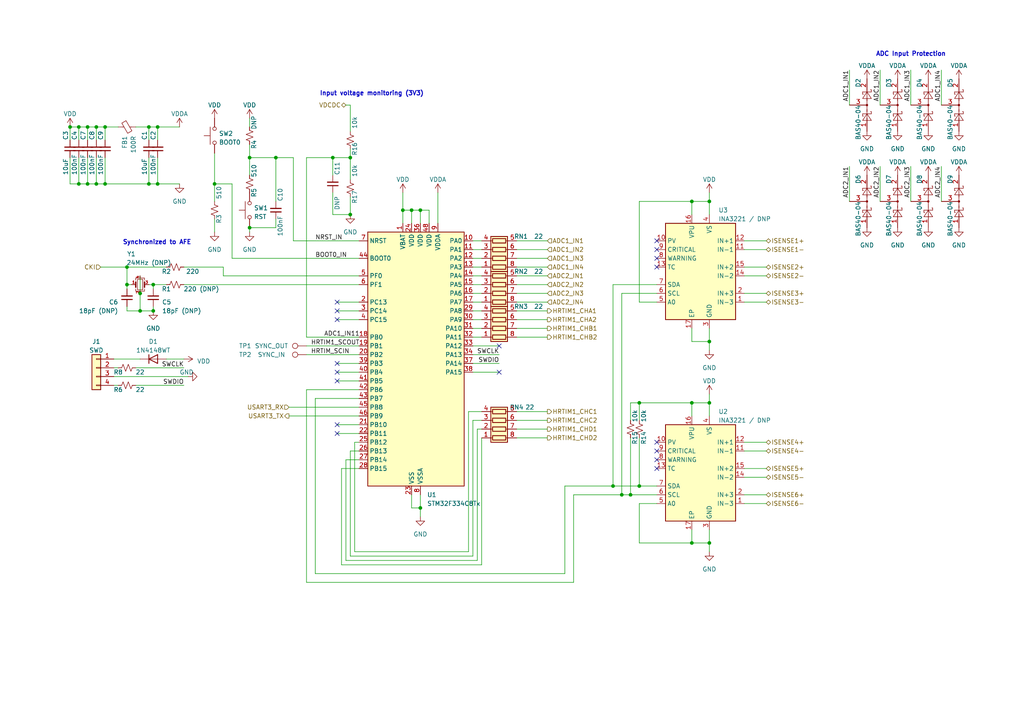
<source format=kicad_sch>
(kicad_sch (version 20230121) (generator eeschema)
  (paper "A4")
  (lib_symbols
    (symbol "Connector:TestPoint" (pin_numbers hide) (pin_names (offset 0.762) hide)
      (property "Reference" "TP" (at 0 6.858 0))
      (property "Value" "TestPoint" (at 0 5.08 0))
      (symbol "TestPoint_0_1"
        (circle (center 0 3.302) (radius 0.762))
      )
      (symbol "TestPoint_1_1"
        (pin passive line (at 0 0 90) (length 2.54) (name "1") (number "1"))
      )
    )
    (symbol "Connector_Generic:Conn_01x04" (pin_names (offset 1.016) hide)
      (property "Reference" "J" (at 0 5.08 0))
      (property "Value" "Conn_01x04" (at 0 -7.62 0))
      (symbol "Conn_01x04_1_1"
        (rectangle (start -1.27 -4.953) (end 0 -5.207) (stroke (width 0.1524)))
        (rectangle (start -1.27 -2.413) (end 0 -2.667) (stroke (width 0.1524)))
        (rectangle (start -1.27 0.127) (end 0 -0.127) (stroke (width 0.1524)))
        (rectangle (start -1.27 2.667) (end 0 2.413) (stroke (width 0.1524)))
        (rectangle (start -1.27 3.81) (end 1.27 -6.35) (stroke (width 0.254)) (fill (type background)))
        (pin passive line (at -5.08 2.54 0) (length 3.81) (name "Pin_1") (number "1"))
        (pin passive line (at -5.08 0 0) (length 3.81) (name "Pin_2") (number "2"))
        (pin passive line (at -5.08 -2.54 0) (length 3.81) (name "Pin_3") (number "3"))
        (pin passive line (at -5.08 -5.08 0) (length 3.81) (name "Pin_4") (number "4"))
      )
    )
    (symbol "Device:C_Small" (pin_numbers hide) (pin_names (offset 0.254) hide)
      (property "Reference" "C" (at 0.254 1.778 0))
      (property "Value" "C_Small" (at 0.254 -2.032 0))
      (symbol "C_Small_0_1"
        (polyline (pts (xy -1.524 -0.508) (xy 1.524 -0.508)) (stroke (width 0.3302)))
        (polyline (pts (xy -1.524 0.508) (xy 1.524 0.508)) (stroke (width 0.3048)))
      )
      (symbol "C_Small_1_1"
        (pin passive line (at 0 2.54 270) (length 2.032) (name "~") (number "1"))
        (pin passive line (at 0 -2.54 90) (length 2.032) (name "~") (number "2"))
      )
    )
    (symbol "Device:Crystal_GND24_Small" (pin_names (offset 1.016) hide)
      (property "Reference" "Y" (at 1.27 4.445 0))
      (property "Value" "Crystal_GND24_Small" (at 1.27 2.54 0))
      (symbol "Crystal_GND24_Small_0_1"
        (rectangle (start -0.762 -1.524) (end 0.762 1.524))
        (polyline (pts (xy -1.27 -0.762) (xy -1.27 0.762)) (stroke (width 0.381)))
        (polyline (pts (xy 1.27 -0.762) (xy 1.27 0.762)) (stroke (width 0.381)))
        (polyline (pts (xy -1.27 -1.27) (xy -1.27 -1.905) (xy 1.27 -1.905) (xy 1.27 -1.27)))
        (polyline (pts (xy -1.27 1.27) (xy -1.27 1.905) (xy 1.27 1.905) (xy 1.27 1.27)))
      )
      (symbol "Crystal_GND24_Small_1_1"
        (pin passive line (at -2.54 0 0) (length 1.27) (name "1") (number "1"))
        (pin passive line (at 0 -2.54 90) (length 0.635) (name "2") (number "2"))
        (pin passive line (at 2.54 0 180) (length 1.27) (name "3") (number "3"))
        (pin passive line (at 0 2.54 270) (length 0.635) (name "4") (number "4"))
      )
    )
    (symbol "Device:FerriteBead_Small" (pin_numbers hide) (pin_names (offset 0))
      (property "Reference" "FB" (at 1.905 1.27 0))
      (property "Value" "FerriteBead_Small" (at 1.905 -1.27 0))
      (symbol "FerriteBead_Small_0_1"
        (polyline (pts (xy 0 -1.27) (xy 0 -0.7874)))
        (polyline (pts (xy 0 0.889) (xy 0 1.2954)))
        (polyline (pts (xy -1.8288 0.2794) (xy -1.1176 1.4986) (xy 1.8288 -0.2032) (xy 1.1176 -1.4224) (xy -1.8288 0.2794)))
      )
      (symbol "FerriteBead_Small_1_1"
        (pin passive line (at 0 2.54 270) (length 1.27) (name "~") (number "1"))
        (pin passive line (at 0 -2.54 90) (length 1.27) (name "~") (number "2"))
      )
    )
    (symbol "Device:R_Pack04" (pin_names (offset 0) hide)
      (property "Reference" "RN" (at -7.62 0 90))
      (property "Value" "R_Pack04" (at 5.08 0 90))
      (symbol "R_Pack04_0_1"
        (rectangle (start -6.35 -2.413) (end 3.81 2.413) (stroke (width 0.254)) (fill (type background)))
        (rectangle (start -5.715 1.905) (end -4.445 -1.905) (stroke (width 0.254)))
        (rectangle (start -3.175 1.905) (end -1.905 -1.905) (stroke (width 0.254)))
        (rectangle (start -0.635 1.905) (end 0.635 -1.905) (stroke (width 0.254)))
        (polyline (pts (xy -5.08 -2.54) (xy -5.08 -1.905)))
        (polyline (pts (xy -5.08 1.905) (xy -5.08 2.54)))
        (polyline (pts (xy -2.54 -2.54) (xy -2.54 -1.905)))
        (polyline (pts (xy -2.54 1.905) (xy -2.54 2.54)))
        (polyline (pts (xy 0 -2.54) (xy 0 -1.905)))
        (polyline (pts (xy 0 1.905) (xy 0 2.54)))
        (polyline (pts (xy 2.54 -2.54) (xy 2.54 -1.905)))
        (polyline (pts (xy 2.54 1.905) (xy 2.54 2.54)))
        (rectangle (start 1.905 1.905) (end 3.175 -1.905) (stroke (width 0.254)))
      )
      (symbol "R_Pack04_1_1"
        (pin passive line (at -5.08 -5.08 90) (length 2.54) (name "R1.1") (number "1"))
        (pin passive line (at -2.54 -5.08 90) (length 2.54) (name "R2.1") (number "2"))
        (pin passive line (at 0 -5.08 90) (length 2.54) (name "R3.1") (number "3"))
        (pin passive line (at 2.54 -5.08 90) (length 2.54) (name "R4.1") (number "4"))
        (pin passive line (at 2.54 5.08 270) (length 2.54) (name "R4.2") (number "5"))
        (pin passive line (at 0 5.08 270) (length 2.54) (name "R3.2") (number "6"))
        (pin passive line (at -2.54 5.08 270) (length 2.54) (name "R2.2") (number "7"))
        (pin passive line (at -5.08 5.08 270) (length 2.54) (name "R1.2") (number "8"))
      )
    )
    (symbol "Device:R_Small_US" (pin_numbers hide) (pin_names (offset 0.254) hide)
      (property "Reference" "R" (at 0.762 0.508 0))
      (property "Value" "R_Small_US" (at 0.762 -1.016 0))
      (symbol "R_Small_US_1_1"
        (polyline (pts (xy 0 0) (xy 1.016 -0.381) (xy 0 -0.762) (xy -1.016 -1.143) (xy 0 -1.524)))
        (polyline (pts (xy 0 1.524) (xy 1.016 1.143) (xy 0 0.762) (xy -1.016 0.381) (xy 0 0)))
        (pin passive line (at 0 2.54 270) (length 1.016) (name "~") (number "1"))
        (pin passive line (at 0 -2.54 90) (length 1.016) (name "~") (number "2"))
      )
    )
    (symbol "Diode:1N4148WT" (pin_numbers hide) (pin_names hide)
      (property "Reference" "D" (at 0 2.54 0))
      (property "Value" "1N4148WT" (at 0 -2.54 0))
      (symbol "1N4148WT_0_1"
        (polyline (pts (xy -1.27 1.27) (xy -1.27 -1.27)) (stroke (width 0.254)))
        (polyline (pts (xy 1.27 0) (xy -1.27 0)))
        (polyline (pts (xy 1.27 1.27) (xy 1.27 -1.27) (xy -1.27 0) (xy 1.27 1.27)) (stroke (width 0.254)))
      )
      (symbol "1N4148WT_1_1"
        (pin passive line (at -3.81 0 0) (length 2.54) (name "K") (number "1"))
        (pin passive line (at 3.81 0 180) (length 2.54) (name "A") (number "2"))
      )
    )
    (symbol "Diode:BAS40-04" (pin_names (offset 1.016))
      (property "Reference" "D" (at 0.635 -1.27 0))
      (property "Value" "BAS40-04" (at -6.35 5.715 0))
      (symbol "BAS40-04_0_1"
        (polyline (pts (xy -3.81 2.54) (xy -1.27 2.54)))
        (polyline (pts (xy -3.175 1.27) (xy -3.175 1.524)))
        (polyline (pts (xy -2.54 1.27) (xy -3.175 1.27)))
        (polyline (pts (xy -2.54 1.27) (xy -2.54 3.81)))
        (polyline (pts (xy -2.54 3.81) (xy -1.905 3.81)))
        (polyline (pts (xy -1.905 2.54) (xy 1.905 2.54)))
        (polyline (pts (xy -1.905 3.81) (xy -1.905 3.556)))
        (polyline (pts (xy 1.27 2.54) (xy 3.81 2.54)))
        (polyline (pts (xy 3.175 1.27) (xy 3.175 1.524)))
        (polyline (pts (xy 3.81 1.27) (xy 3.175 1.27)))
        (polyline (pts (xy 3.81 1.27) (xy 3.81 3.81)))
        (polyline (pts (xy 3.81 3.81) (xy 4.445 3.81)))
        (polyline (pts (xy 4.445 3.81) (xy 4.445 3.556)))
        (polyline (pts (xy -4.445 3.81) (xy -4.445 1.27) (xy -2.54 2.54) (xy -4.445 3.81)))
        (polyline (pts (xy 1.905 3.81) (xy 1.905 1.27) (xy 3.81 2.54) (xy 1.905 3.81)))
        (circle (center 0 2.54) (radius 0.254) (fill (type outline)))
      )
      (symbol "BAS40-04_1_1"
        (pin passive line (at -7.62 2.54 0) (length 3.81) (name "~") (number "1"))
        (pin passive line (at 7.62 2.54 180) (length 3.81) (name "~") (number "2"))
        (pin passive line (at 0 -2.54 90) (length 5.08) (name "~") (number "3"))
      )
    )
    (symbol "MCU_ST_STM32F3:STM32F334C8Tx"
      (property "Reference" "U" (at -12.7 39.37 0))
      (property "Value" "STM32F334C8Tx" (at 10.16 39.37 0))
      (symbol "STM32F334C8Tx_0_1"
        (rectangle (start -12.7 -35.56) (end 15.24 38.1) (stroke (width 0.254)) (fill (type background)))
      )
      (symbol "STM32F334C8Tx_1_1"
        (pin power_in line (at -2.54 40.64 270) (length 2.54) (name "VBAT") (number "1"))
        (pin bidirectional line (at 17.78 35.56 180) (length 2.54) (name "PA0") (number "10"))
        (pin bidirectional line (at 17.78 33.02 180) (length 2.54) (name "PA1") (number "11"))
        (pin bidirectional line (at 17.78 30.48 180) (length 2.54) (name "PA2") (number "12"))
        (pin bidirectional line (at 17.78 27.94 180) (length 2.54) (name "PA3") (number "13"))
        (pin bidirectional line (at 17.78 25.4 180) (length 2.54) (name "PA4") (number "14"))
        (pin bidirectional line (at 17.78 22.86 180) (length 2.54) (name "PA5") (number "15"))
        (pin bidirectional line (at 17.78 20.32 180) (length 2.54) (name "PA6") (number "16"))
        (pin bidirectional line (at 17.78 17.78 180) (length 2.54) (name "PA7") (number "17"))
        (pin bidirectional line (at -15.24 7.62 0) (length 2.54) (name "PB0") (number "18"))
        (pin bidirectional line (at -15.24 5.08 0) (length 2.54) (name "PB1") (number "19"))
        (pin bidirectional line (at -15.24 17.78 0) (length 2.54) (name "PC13") (number "2"))
        (pin bidirectional line (at -15.24 2.54 0) (length 2.54) (name "PB2") (number "20"))
        (pin bidirectional line (at -15.24 -17.78 0) (length 2.54) (name "PB10") (number "21"))
        (pin bidirectional line (at -15.24 -20.32 0) (length 2.54) (name "PB11") (number "22"))
        (pin power_in line (at 0 -38.1 90) (length 2.54) (name "VSS") (number "23"))
        (pin power_in line (at 0 40.64 270) (length 2.54) (name "VDD") (number "24"))
        (pin bidirectional line (at -15.24 -22.86 0) (length 2.54) (name "PB12") (number "25"))
        (pin bidirectional line (at -15.24 -25.4 0) (length 2.54) (name "PB13") (number "26"))
        (pin bidirectional line (at -15.24 -27.94 0) (length 2.54) (name "PB14") (number "27"))
        (pin bidirectional line (at -15.24 -30.48 0) (length 2.54) (name "PB15") (number "28"))
        (pin bidirectional line (at 17.78 15.24 180) (length 2.54) (name "PA8") (number "29"))
        (pin bidirectional line (at -15.24 15.24 0) (length 2.54) (name "PC14") (number "3"))
        (pin bidirectional line (at 17.78 12.7 180) (length 2.54) (name "PA9") (number "30"))
        (pin bidirectional line (at 17.78 10.16 180) (length 2.54) (name "PA10") (number "31"))
        (pin bidirectional line (at 17.78 7.62 180) (length 2.54) (name "PA11") (number "32"))
        (pin bidirectional line (at 17.78 5.08 180) (length 2.54) (name "PA12") (number "33"))
        (pin bidirectional line (at 17.78 2.54 180) (length 2.54) (name "PA13") (number "34"))
        (pin passive line (at 0 -38.1 90) (length 2.54) hide (name "VSS") (number "35"))
        (pin power_in line (at 2.54 40.64 270) (length 2.54) (name "VDD") (number "36"))
        (pin bidirectional line (at 17.78 0 180) (length 2.54) (name "PA14") (number "37"))
        (pin bidirectional line (at 17.78 -2.54 180) (length 2.54) (name "PA15") (number "38"))
        (pin bidirectional line (at -15.24 0 0) (length 2.54) (name "PB3") (number "39"))
        (pin bidirectional line (at -15.24 12.7 0) (length 2.54) (name "PC15") (number "4"))
        (pin bidirectional line (at -15.24 -2.54 0) (length 2.54) (name "PB4") (number "40"))
        (pin bidirectional line (at -15.24 -5.08 0) (length 2.54) (name "PB5") (number "41"))
        (pin bidirectional line (at -15.24 -7.62 0) (length 2.54) (name "PB6") (number "42"))
        (pin bidirectional line (at -15.24 -10.16 0) (length 2.54) (name "PB7") (number "43"))
        (pin input line (at -15.24 30.48 0) (length 2.54) (name "BOOT0") (number "44"))
        (pin bidirectional line (at -15.24 -12.7 0) (length 2.54) (name "PB8") (number "45"))
        (pin bidirectional line (at -15.24 -15.24 0) (length 2.54) (name "PB9") (number "46"))
        (pin passive line (at 0 -38.1 90) (length 2.54) hide (name "VSS") (number "47"))
        (pin power_in line (at 5.08 40.64 270) (length 2.54) (name "VDD") (number "48"))
        (pin bidirectional line (at -15.24 25.4 0) (length 2.54) (name "PF0") (number "5"))
        (pin bidirectional line (at -15.24 22.86 0) (length 2.54) (name "PF1") (number "6"))
        (pin input line (at -15.24 35.56 0) (length 2.54) (name "NRST") (number "7"))
        (pin power_in line (at 2.54 -38.1 90) (length 2.54) (name "VSSA") (number "8"))
        (pin power_in line (at 7.62 40.64 270) (length 2.54) (name "VDDA") (number "9"))
      )
    )
    (symbol "Power_Management:INA3221"
      (property "Reference" "U" (at -10.16 17.78 0))
      (property "Value" "INA3221" (at 5.08 17.78 0))
      (symbol "INA3221_0_1"
        (rectangle (start 10.16 -12.7) (end -10.16 15.24) (stroke (width 0.254)) (fill (type background)))
      )
      (symbol "INA3221_1_1"
        (pin input line (at -12.7 -7.62 0) (length 2.54) (name "IN-3") (number "1"))
        (pin open_collector line (at 12.7 10.16 180) (length 2.54) (name "PV") (number "10"))
        (pin input line (at -12.7 7.62 0) (length 2.54) (name "IN-1") (number "11"))
        (pin input line (at -12.7 10.16 0) (length 2.54) (name "IN+1") (number "12"))
        (pin open_collector line (at 12.7 2.54 180) (length 2.54) (name "TC") (number "13"))
        (pin input line (at -12.7 0 0) (length 2.54) (name "IN-2") (number "14"))
        (pin input line (at -12.7 2.54 0) (length 2.54) (name "IN+2") (number "15"))
        (pin power_in line (at 2.54 17.78 270) (length 2.54) (name "VPU") (number "16"))
        (pin passive line (at 2.54 -15.24 90) (length 2.54) (name "EP") (number "17"))
        (pin input line (at -12.7 -5.08 0) (length 2.54) (name "IN+3") (number "2"))
        (pin power_in line (at -2.54 -15.24 90) (length 2.54) (name "GND") (number "3"))
        (pin power_in line (at -2.54 17.78 270) (length 2.54) (name "VS") (number "4"))
        (pin input line (at 12.7 -7.62 180) (length 2.54) (name "A0") (number "5"))
        (pin input line (at 12.7 -5.08 180) (length 2.54) (name "SCL") (number "6"))
        (pin bidirectional line (at 12.7 -2.54 180) (length 2.54) (name "SDA") (number "7"))
        (pin open_collector line (at 12.7 5.08 180) (length 2.54) (name "WARNING") (number "8"))
        (pin open_collector line (at 12.7 7.62 180) (length 2.54) (name "CRITICAL") (number "9"))
      )
    )
    (symbol "Switch:SW_Push" (pin_numbers hide) (pin_names (offset 1.016) hide)
      (property "Reference" "SW" (at 1.27 2.54 0))
      (property "Value" "SW_Push" (at 0 -1.524 0))
      (symbol "SW_Push_0_1"
        (circle (center -2.032 0) (radius 0.508))
        (polyline (pts (xy 0 1.27) (xy 0 3.048)))
        (polyline (pts (xy 2.54 1.27) (xy -2.54 1.27)))
        (circle (center 2.032 0) (radius 0.508))
        (pin passive line (at -5.08 0 0) (length 2.54) (name "1") (number "1"))
        (pin passive line (at 5.08 0 180) (length 2.54) (name "2") (number "2"))
      )
    )
    (symbol "power:GND" (power) (pin_names (offset 0))
      (property "Value" "GND" (at 0 -3.81 0))
      (symbol "GND_0_1"
        (polyline (pts (xy 0 0) (xy 0 -1.27) (xy 1.27 -1.27) (xy 0 -2.54) (xy -1.27 -1.27) (xy 0 -1.27)))
      )
      (symbol "GND_1_1"
        (pin power_in line (at 0 0 270) (length 0) hide (name "GND") (number "1"))
      )
    )
    (symbol "power:VDD" (power) (pin_names (offset 0))
      (property "Value" "VDD" (at 0 3.81 0))
      (symbol "VDD_0_1"
        (polyline (pts (xy -0.762 1.27) (xy 0 2.54)))
        (polyline (pts (xy 0 0) (xy 0 2.54)))
        (polyline (pts (xy 0 2.54) (xy 0.762 1.27)))
      )
      (symbol "VDD_1_1"
        (pin power_in line (at 0 0 90) (length 0) hide (name "VDD") (number "1"))
      )
    )
    (symbol "power:VDDA" (power) (pin_names (offset 0))
      (property "Value" "VDDA" (at 0 3.81 0))
      (symbol "VDDA_0_1"
        (polyline (pts (xy -0.762 1.27) (xy 0 2.54)))
        (polyline (pts (xy 0 0) (xy 0 2.54)))
        (polyline (pts (xy 0 2.54) (xy 0.762 1.27)))
      )
      (symbol "VDDA_1_1"
        (pin power_in line (at 0 0 90) (length 0) hide (name "VDDA") (number "1"))
      )
    )
  )
  (junction (at 43.18 53.34))
  (junction (at 45.72 53.34))
  (junction (at 36.83 82.55))
  (junction (at 27.94 53.34))
  (junction (at 44.45 90.17))
  (junction (at 80.01 45.72))
  (junction (at 177.8 140.97))
  (junction (at 119.38 60.96))
  (junction (at 205.74 58.42))
  (junction (at 185.42 116.84))
  (junction (at 36.83 77.47))
  (junction (at 44.45 82.55))
  (junction (at 200.66 58.42))
  (junction (at 121.92 60.96))
  (junction (at 101.6 62.23))
  (junction (at 27.94 36.83))
  (junction (at 72.39 45.72))
  (junction (at 72.39 66.04))
  (junction (at 20.32 36.83))
  (junction (at 45.72 36.83))
  (junction (at 22.86 36.83))
  (junction (at 25.4 53.34))
  (junction (at 116.84 60.96))
  (junction (at 25.4 36.83))
  (junction (at 205.74 157.48))
  (junction (at 43.18 36.83))
  (junction (at 22.86 53.34))
  (junction (at 205.74 99.06))
  (junction (at 62.23 53.34))
  (junction (at 185.42 140.97))
  (junction (at 101.6 45.72))
  (junction (at 200.66 157.48))
  (junction (at 200.66 116.84))
  (junction (at 205.74 116.84))
  (junction (at 180.34 143.51))
  (junction (at 30.48 53.34))
  (junction (at 30.48 36.83))
  (junction (at 121.92 147.32))
  (junction (at 40.64 90.17))
  (junction (at 182.88 143.51))
  (junction (at 96.52 45.72))
  (junction (at 40.64 85.09))
  (no_connect (at 190.5 77.47))
  (no_connect (at 97.79 87.63))
  (no_connect (at 144.78 107.95))
  (no_connect (at 97.79 90.17))
  (no_connect (at 97.79 107.95))
  (no_connect (at 97.79 125.73))
  (no_connect (at 97.79 110.49))
  (no_connect (at 190.5 128.27))
  (no_connect (at 190.5 130.81))
  (no_connect (at 190.5 135.89))
  (no_connect (at 190.5 72.39))
  (no_connect (at 190.5 74.93))
  (no_connect (at 97.79 123.19))
  (no_connect (at 190.5 133.35))
  (no_connect (at 97.79 105.41))
  (no_connect (at 190.5 69.85))
  (no_connect (at 97.79 92.71))
  (no_connect (at 144.78 100.33))
  (wire (pts (xy 36.83 77.47) (xy 48.26 77.47)))
  (wire (pts (xy 137.16 92.71) (xy 139.7 92.71)))
  (wire (pts (xy 83.82 120.65) (xy 104.14 120.65)))
  (wire (pts (xy 200.66 95.25) (xy 200.66 99.06)))
  (wire (pts (xy 205.74 153.67) (xy 205.74 157.48)))
  (wire (pts (xy 80.01 66.04) (xy 72.39 66.04)))
  (wire (pts (xy 215.9 146.05) (xy 222.25 146.05)))
  (wire (pts (xy 127 55.88) (xy 127 64.77)))
  (wire (pts (xy 185.42 140.97) (xy 177.8 140.97)))
  (wire (pts (xy 22.86 40.64) (xy 22.86 36.83)))
  (wire (pts (xy 255.27 48.26) (xy 255.27 58.42)))
  (wire (pts (xy 101.6 62.23) (xy 96.52 62.23)))
  (wire (pts (xy 102.87 160.02) (xy 102.87 128.27)))
  (wire (pts (xy 62.23 53.34) (xy 67.31 53.34)))
  (wire (pts (xy 135.89 160.02) (xy 102.87 160.02)))
  (wire (pts (xy 97.79 110.49) (xy 104.14 110.49)))
  (wire (pts (xy 215.9 138.43) (xy 222.25 138.43)))
  (wire (pts (xy 119.38 60.96) (xy 119.38 64.77)))
  (wire (pts (xy 149.86 74.93) (xy 158.75 74.93)))
  (wire (pts (xy 149.86 85.09) (xy 158.75 85.09)))
  (wire (pts (xy 185.42 116.84) (xy 200.66 116.84)))
  (wire (pts (xy 215.9 130.81) (xy 222.25 130.81)))
  (wire (pts (xy 101.6 30.48) (xy 101.6 38.1)))
  (wire (pts (xy 121.92 143.51) (xy 121.92 147.32)))
  (wire (pts (xy 139.7 163.83) (xy 99.06 163.83)))
  (wire (pts (xy 137.16 69.85) (xy 139.7 69.85)))
  (wire (pts (xy 25.4 45.72) (xy 25.4 53.34)))
  (wire (pts (xy 88.9 97.79) (xy 104.14 97.79)))
  (wire (pts (xy 215.9 72.39) (xy 222.25 72.39)))
  (wire (pts (xy 139.7 127) (xy 139.7 163.83)))
  (wire (pts (xy 97.79 105.41) (xy 104.14 105.41)))
  (wire (pts (xy 137.16 85.09) (xy 139.7 85.09)))
  (wire (pts (xy 119.38 147.32) (xy 121.92 147.32)))
  (wire (pts (xy 180.34 85.09) (xy 190.5 85.09)))
  (wire (pts (xy 185.42 157.48) (xy 200.66 157.48)))
  (wire (pts (xy 215.9 77.47) (xy 222.25 77.47)))
  (wire (pts (xy 43.18 36.83) (xy 45.72 36.83)))
  (wire (pts (xy 22.86 36.83) (xy 25.4 36.83)))
  (wire (pts (xy 64.77 80.01) (xy 104.14 80.01)))
  (wire (pts (xy 182.88 143.51) (xy 190.5 143.51)))
  (wire (pts (xy 62.23 63.5) (xy 62.23 67.31)))
  (wire (pts (xy 85.09 69.85) (xy 104.14 69.85)))
  (wire (pts (xy 149.86 82.55) (xy 158.75 82.55)))
  (wire (pts (xy 97.79 125.73) (xy 104.14 125.73)))
  (wire (pts (xy 205.74 116.84) (xy 200.66 116.84)))
  (wire (pts (xy 205.74 58.42) (xy 200.66 58.42)))
  (wire (pts (xy 135.89 119.38) (xy 135.89 160.02)))
  (wire (pts (xy 45.72 36.83) (xy 45.72 40.64)))
  (wire (pts (xy 88.9 113.03) (xy 88.9 168.91)))
  (wire (pts (xy 116.84 55.88) (xy 116.84 60.96)))
  (wire (pts (xy 215.9 128.27) (xy 222.25 128.27)))
  (wire (pts (xy 149.86 87.63) (xy 158.75 87.63)))
  (wire (pts (xy 85.09 45.72) (xy 80.01 45.72)))
  (wire (pts (xy 96.52 50.8) (xy 96.52 45.72)))
  (wire (pts (xy 215.9 143.51) (xy 222.25 143.51)))
  (wire (pts (xy 185.42 87.63) (xy 185.42 58.42)))
  (wire (pts (xy 158.75 119.38) (xy 149.86 119.38)))
  (wire (pts (xy 166.37 168.91) (xy 166.37 143.51)))
  (wire (pts (xy 149.86 90.17) (xy 158.75 90.17)))
  (wire (pts (xy 43.18 36.83) (xy 43.18 40.64)))
  (wire (pts (xy 33.02 111.76) (xy 34.29 111.76)))
  (wire (pts (xy 215.9 87.63) (xy 222.25 87.63)))
  (wire (pts (xy 246.38 48.26) (xy 246.38 58.42)))
  (wire (pts (xy 121.92 60.96) (xy 121.92 64.77)))
  (wire (pts (xy 67.31 74.93) (xy 104.14 74.93)))
  (wire (pts (xy 139.7 124.46) (xy 138.43 124.46)))
  (wire (pts (xy 97.79 90.17) (xy 104.14 90.17)))
  (wire (pts (xy 273.05 20.32) (xy 273.05 30.48)))
  (wire (pts (xy 72.39 34.29) (xy 72.39 36.83)))
  (wire (pts (xy 72.39 41.91) (xy 72.39 45.72)))
  (wire (pts (xy 48.26 104.14) (xy 53.34 104.14)))
  (wire (pts (xy 33.02 109.22) (xy 54.61 109.22)))
  (wire (pts (xy 67.31 53.34) (xy 67.31 74.93)))
  (wire (pts (xy 44.45 82.55) (xy 48.26 82.55)))
  (wire (pts (xy 101.6 130.81) (xy 104.14 130.81)))
  (wire (pts (xy 101.6 57.15) (xy 101.6 62.23)))
  (wire (pts (xy 25.4 40.64) (xy 25.4 36.83)))
  (wire (pts (xy 205.74 58.42) (xy 205.74 55.88)))
  (wire (pts (xy 273.05 48.26) (xy 273.05 58.42)))
  (wire (pts (xy 264.16 48.26) (xy 264.16 58.42)))
  (wire (pts (xy 27.94 40.64) (xy 27.94 36.83)))
  (wire (pts (xy 96.52 55.88) (xy 96.52 62.23)))
  (wire (pts (xy 62.23 44.45) (xy 62.23 53.34)))
  (wire (pts (xy 215.9 80.01) (xy 222.25 80.01)))
  (wire (pts (xy 72.39 67.31) (xy 72.39 66.04)))
  (wire (pts (xy 30.48 45.72) (xy 30.48 53.34)))
  (wire (pts (xy 44.45 82.55) (xy 44.45 83.82)))
  (wire (pts (xy 85.09 45.72) (xy 85.09 69.85)))
  (wire (pts (xy 53.34 82.55) (xy 104.14 82.55)))
  (wire (pts (xy 36.83 83.82) (xy 36.83 82.55)))
  (wire (pts (xy 45.72 53.34) (xy 43.18 53.34)))
  (wire (pts (xy 137.16 105.41) (xy 144.78 105.41)))
  (wire (pts (xy 97.79 123.19) (xy 104.14 123.19)))
  (wire (pts (xy 91.44 115.57) (xy 104.14 115.57)))
  (wire (pts (xy 158.75 127) (xy 149.86 127)))
  (wire (pts (xy 205.74 120.65) (xy 205.74 116.84)))
  (wire (pts (xy 40.64 90.17) (xy 44.45 90.17)))
  (wire (pts (xy 83.82 118.11) (xy 104.14 118.11)))
  (wire (pts (xy 36.83 82.55) (xy 36.83 77.47)))
  (wire (pts (xy 99.06 135.89) (xy 104.14 135.89)))
  (wire (pts (xy 205.74 116.84) (xy 205.74 114.3)))
  (wire (pts (xy 137.16 161.29) (xy 101.6 161.29)))
  (wire (pts (xy 205.74 95.25) (xy 205.74 99.06)))
  (wire (pts (xy 137.16 77.47) (xy 139.7 77.47)))
  (wire (pts (xy 185.42 146.05) (xy 185.42 157.48)))
  (wire (pts (xy 40.64 80.01) (xy 40.64 85.09)))
  (wire (pts (xy 158.75 124.46) (xy 149.86 124.46)))
  (wire (pts (xy 100.33 162.56) (xy 100.33 133.35)))
  (wire (pts (xy 137.16 95.25) (xy 139.7 95.25)))
  (wire (pts (xy 39.37 111.76) (xy 53.34 111.76)))
  (wire (pts (xy 163.83 166.37) (xy 91.44 166.37)))
  (wire (pts (xy 27.94 45.72) (xy 27.94 53.34)))
  (wire (pts (xy 139.7 121.92) (xy 137.16 121.92)))
  (wire (pts (xy 185.42 121.92) (xy 185.42 116.84)))
  (wire (pts (xy 144.78 100.33) (xy 137.16 100.33)))
  (wire (pts (xy 91.44 166.37) (xy 91.44 115.57)))
  (wire (pts (xy 138.43 162.56) (xy 100.33 162.56)))
  (wire (pts (xy 80.01 45.72) (xy 80.01 58.42)))
  (wire (pts (xy 200.66 157.48) (xy 205.74 157.48)))
  (wire (pts (xy 88.9 168.91) (xy 166.37 168.91)))
  (wire (pts (xy 124.46 64.77) (xy 124.46 60.96)))
  (wire (pts (xy 43.18 45.72) (xy 43.18 53.34)))
  (wire (pts (xy 43.18 82.55) (xy 44.45 82.55)))
  (wire (pts (xy 137.16 80.01) (xy 139.7 80.01)))
  (wire (pts (xy 116.84 60.96) (xy 119.38 60.96)))
  (wire (pts (xy 185.42 140.97) (xy 190.5 140.97)))
  (wire (pts (xy 180.34 143.51) (xy 182.88 143.51)))
  (wire (pts (xy 116.84 60.96) (xy 116.84 64.77)))
  (wire (pts (xy 44.45 90.17) (xy 44.45 88.9)))
  (wire (pts (xy 149.86 72.39) (xy 158.75 72.39)))
  (wire (pts (xy 200.66 153.67) (xy 200.66 157.48)))
  (wire (pts (xy 137.16 72.39) (xy 139.7 72.39)))
  (wire (pts (xy 20.32 45.72) (xy 20.32 53.34)))
  (wire (pts (xy 62.23 53.34) (xy 62.23 58.42)))
  (wire (pts (xy 149.86 69.85) (xy 158.75 69.85)))
  (wire (pts (xy 177.8 140.97) (xy 163.83 140.97)))
  (wire (pts (xy 20.32 40.64) (xy 20.32 36.83)))
  (wire (pts (xy 215.9 135.89) (xy 222.25 135.89)))
  (wire (pts (xy 22.86 53.34) (xy 25.4 53.34)))
  (wire (pts (xy 39.37 36.83) (xy 43.18 36.83)))
  (wire (pts (xy 102.87 128.27) (xy 104.14 128.27)))
  (wire (pts (xy 190.5 87.63) (xy 185.42 87.63)))
  (wire (pts (xy 30.48 36.83) (xy 34.29 36.83)))
  (wire (pts (xy 177.8 140.97) (xy 177.8 82.55)))
  (wire (pts (xy 119.38 60.96) (xy 121.92 60.96)))
  (wire (pts (xy 104.14 100.33) (xy 88.9 100.33)))
  (wire (pts (xy 205.74 157.48) (xy 205.74 160.02)))
  (wire (pts (xy 45.72 45.72) (xy 45.72 53.34)))
  (wire (pts (xy 246.38 20.32) (xy 246.38 30.48)))
  (wire (pts (xy 29.21 77.47) (xy 36.83 77.47)))
  (wire (pts (xy 149.86 95.25) (xy 158.75 95.25)))
  (wire (pts (xy 182.88 127) (xy 182.88 143.51)))
  (wire (pts (xy 27.94 53.34) (xy 30.48 53.34)))
  (wire (pts (xy 36.83 90.17) (xy 40.64 90.17)))
  (wire (pts (xy 100.33 30.48) (xy 101.6 30.48)))
  (wire (pts (xy 96.52 45.72) (xy 88.9 45.72)))
  (wire (pts (xy 149.86 97.79) (xy 158.75 97.79)))
  (wire (pts (xy 182.88 116.84) (xy 185.42 116.84)))
  (wire (pts (xy 36.83 82.55) (xy 38.1 82.55)))
  (wire (pts (xy 25.4 53.34) (xy 27.94 53.34)))
  (wire (pts (xy 215.9 85.09) (xy 222.25 85.09)))
  (wire (pts (xy 264.16 20.32) (xy 264.16 30.48)))
  (wire (pts (xy 137.16 90.17) (xy 139.7 90.17)))
  (wire (pts (xy 33.02 106.68) (xy 34.29 106.68)))
  (wire (pts (xy 121.92 147.32) (xy 121.92 149.86)))
  (wire (pts (xy 119.38 143.51) (xy 119.38 147.32)))
  (wire (pts (xy 137.16 97.79) (xy 139.7 97.79)))
  (wire (pts (xy 185.42 58.42) (xy 200.66 58.42)))
  (wire (pts (xy 200.66 99.06) (xy 205.74 99.06)))
  (wire (pts (xy 104.14 113.03) (xy 88.9 113.03)))
  (wire (pts (xy 205.74 99.06) (xy 205.74 101.6)))
  (wire (pts (xy 139.7 119.38) (xy 135.89 119.38)))
  (wire (pts (xy 101.6 45.72) (xy 101.6 52.07)))
  (wire (pts (xy 255.27 20.32) (xy 255.27 30.48)))
  (wire (pts (xy 20.32 36.83) (xy 22.86 36.83)))
  (wire (pts (xy 36.83 88.9) (xy 36.83 90.17)))
  (wire (pts (xy 96.52 45.72) (xy 101.6 45.72)))
  (wire (pts (xy 101.6 43.18) (xy 101.6 45.72)))
  (wire (pts (xy 20.32 53.34) (xy 22.86 53.34)))
  (wire (pts (xy 99.06 163.83) (xy 99.06 135.89)))
  (wire (pts (xy 88.9 45.72) (xy 88.9 97.79)))
  (wire (pts (xy 137.16 82.55) (xy 139.7 82.55)))
  (wire (pts (xy 149.86 80.01) (xy 158.75 80.01)))
  (wire (pts (xy 144.78 107.95) (xy 137.16 107.95)))
  (wire (pts (xy 72.39 45.72) (xy 72.39 50.8)))
  (wire (pts (xy 25.4 36.83) (xy 27.94 36.83)))
  (wire (pts (xy 30.48 53.34) (xy 43.18 53.34)))
  (wire (pts (xy 97.79 107.95) (xy 104.14 107.95)))
  (wire (pts (xy 80.01 45.72) (xy 72.39 45.72)))
  (wire (pts (xy 137.16 121.92) (xy 137.16 161.29)))
  (wire (pts (xy 137.16 102.87) (xy 144.78 102.87)))
  (wire (pts (xy 137.16 87.63) (xy 139.7 87.63)))
  (wire (pts (xy 22.86 45.72) (xy 22.86 53.34)))
  (wire (pts (xy 45.72 36.83) (xy 52.07 36.83)))
  (wire (pts (xy 40.64 85.09) (xy 40.64 90.17)))
  (wire (pts (xy 137.16 74.93) (xy 139.7 74.93)))
  (wire (pts (xy 177.8 82.55) (xy 190.5 82.55)))
  (wire (pts (xy 185.42 127) (xy 185.42 140.97)))
  (wire (pts (xy 190.5 146.05) (xy 185.42 146.05)))
  (wire (pts (xy 180.34 85.09) (xy 180.34 143.51)))
  (wire (pts (xy 200.66 58.42) (xy 200.66 62.23)))
  (wire (pts (xy 80.01 63.5) (xy 80.01 66.04)))
  (wire (pts (xy 97.79 92.71) (xy 104.14 92.71)))
  (wire (pts (xy 215.9 69.85) (xy 222.25 69.85)))
  (wire (pts (xy 53.34 77.47) (xy 64.77 77.47)))
  (wire (pts (xy 100.33 133.35) (xy 104.14 133.35)))
  (wire (pts (xy 30.48 40.64) (xy 30.48 36.83)))
  (wire (pts (xy 182.88 121.92) (xy 182.88 116.84)))
  (wire (pts (xy 158.75 121.92) (xy 149.86 121.92)))
  (wire (pts (xy 101.6 161.29) (xy 101.6 130.81)))
  (wire (pts (xy 39.37 106.68) (xy 53.34 106.68)))
  (wire (pts (xy 45.72 53.34) (xy 52.07 53.34)))
  (wire (pts (xy 97.79 87.63) (xy 104.14 87.63)))
  (wire (pts (xy 166.37 143.51) (xy 180.34 143.51)))
  (wire (pts (xy 138.43 124.46) (xy 138.43 162.56)))
  (wire (pts (xy 163.83 140.97) (xy 163.83 166.37)))
  (wire (pts (xy 149.86 77.47) (xy 158.75 77.47)))
  (wire (pts (xy 149.86 92.71) (xy 158.75 92.71)))
  (wire (pts (xy 200.66 116.84) (xy 200.66 120.65)))
  (wire (pts (xy 205.74 62.23) (xy 205.74 58.42)))
  (wire (pts (xy 33.02 104.14) (xy 40.64 104.14)))
  (wire (pts (xy 64.77 77.47) (xy 64.77 80.01)))
  (wire (pts (xy 88.9 102.87) (xy 104.14 102.87)))
  (wire (pts (xy 27.94 36.83) (xy 30.48 36.83)))
  (wire (pts (xy 121.92 60.96) (xy 124.46 60.96)))
  (text "ADC Input Protection" (at 254 16.51 0) (effects (font (size 1.27 1.27) (thickness 0.254) bold) (justify left bottom)))
  (text "Synchronized to AFE" (at 35.56 71.12 0) (effects (font (size 1.27 1.27) (thickness 0.254) bold) (justify left bottom)))
  (text "Input voltage monitoring (3V3)" (at 92.71 27.94 0) (effects (font (size 1.27 1.27) (thickness 0.254) bold) (justify left bottom)))
  (label "ADC1_IN2" (at 255.27 20.32 270))
  (label "SWDIO" (at 53.34 111.76 180))
  (label "ADC1_IN4" (at 273.05 20.32 270))
  (label "ADC2_IN1" (at 246.38 48.26 270))
  (label "HRTIM_SCIN" (at 90.17 102.87 0))
  (label "ADC1_IN11" (at 93.98 97.79 0))
  (label "SWCLK" (at 53.34 106.68 180))
  (label "ADC2_IN3" (at 264.16 48.26 270))
  (label "SWCLK" (at 144.78 102.87 180))
  (label "ADC1_IN1" (at 246.38 20.32 270))
  (label "ADC2_IN2" (at 255.27 48.26 270))
  (label "NRST_IN" (at 91.44 69.85 0))
  (label "SWDIO" (at 144.78 105.41 180))
  (label "ADC2_IN4" (at 273.05 48.26 270))
  (label "BOOT0_IN" (at 91.44 74.93 0))
  (label "HRTIM1_SCOUT" (at 90.17 100.33 0))
  (label "ADC1_IN3" (at 264.16 20.32 270))
  (hierarchical_label "CKI" (shape input) (at 29.21 77.47 180))
  (hierarchical_label "ISENSE4+" (shape bidirectional) (at 222.25 128.27 0))
  (hierarchical_label "ISENSE5+" (shape bidirectional) (at 222.25 135.89 0))
  (hierarchical_label "ADC1_IN1" (shape input) (at 158.75 69.85 0))
  (hierarchical_label "ISENSE3+" (shape bidirectional) (at 222.25 85.09 0))
  (hierarchical_label "ISENSE2+" (shape bidirectional) (at 222.25 77.47 0))
  (hierarchical_label "ISENSE5-" (shape bidirectional) (at 222.25 138.43 0))
  (hierarchical_label "ISENSE1-" (shape bidirectional) (at 222.25 72.39 0))
  (hierarchical_label "ISENSE3-" (shape bidirectional) (at 222.25 87.63 0))
  (hierarchical_label "HRTIM1_CHD1" (shape output) (at 158.75 124.46 0))
  (hierarchical_label "ISENSE6-" (shape bidirectional) (at 222.25 146.05 0))
  (hierarchical_label "HRTIM1_CHB2" (shape output) (at 158.75 97.79 0))
  (hierarchical_label "ADC1_IN2" (shape input) (at 158.75 72.39 0))
  (hierarchical_label "HRTIM1_CHA1" (shape output) (at 158.75 90.17 0))
  (hierarchical_label "ADC2_IN4" (shape input) (at 158.75 87.63 0))
  (hierarchical_label "ADC2_IN2" (shape input) (at 158.75 82.55 0))
  (hierarchical_label "ISENSE6+" (shape bidirectional) (at 222.25 143.51 0))
  (hierarchical_label "ADC2_IN3" (shape input) (at 158.75 85.09 0))
  (hierarchical_label "USART3_RX" (shape input) (at 83.82 118.11 180))
  (hierarchical_label "VDCDC" (shape bidirectional) (at 100.33 30.48 180))
  (hierarchical_label "ADC1_IN3" (shape input) (at 158.75 74.93 0))
  (hierarchical_label "HRTIM1_CHC1" (shape output) (at 158.75 119.38 0))
  (hierarchical_label "ISENSE2-" (shape bidirectional) (at 222.25 80.01 0))
  (hierarchical_label "HRTIM1_CHC2" (shape output) (at 158.75 121.92 0))
  (hierarchical_label "ISENSE4-" (shape bidirectional) (at 222.25 130.81 0))
  (hierarchical_label "ADC2_IN1" (shape input) (at 158.75 80.01 0))
  (hierarchical_label "HRTIM1_CHB1" (shape output) (at 158.75 95.25 0))
  (hierarchical_label "ADC1_IN4" (shape input) (at 158.75 77.47 0))
  (hierarchical_label "USART3_TX" (shape output) (at 83.82 120.65 180))
  (hierarchical_label "ISENSE1+" (shape bidirectional) (at 222.25 69.85 0))
  (hierarchical_label "HRTIM1_CHD2" (shape output) (at 158.75 127 0))
  (hierarchical_label "HRTIM1_CHA2" (shape output) (at 158.75 92.71 0))
  (symbol (lib_id "Diode:BAS40-04") (at 266.7 58.42 270) (mirror x) (unit 1)
    (property "Reference" "D8" (at 266.7 53.34 0) (effects (justify left)))
    (property "Value" "BAS40-04" (at 266.7 68.58 0) (effects (justify left)))
    (property "Footprint" "Package_TO_SOT_SMD:SOT-23" (effects hide))
    (property "Datasheet" "http://www.vishay.com/docs/85701/bas40v.pdf" (effects hide))
  )
  (symbol (lib_id "power:GND") (at 260.35 66.04 0) (mirror y) (unit 1)
    (property "Reference" "#PWR025" (effects hide))
    (property "Value" "GND" (at 260.35 71.12 0))
  )
  (symbol (lib_id "Device:R_Small_US") (at 62.23 60.96 180) (unit 1)
    (property "Reference" "R3" (at 63.5 63.5 90))
    (property "Value" "510" (at 63.5 55.88 90))
    (property "Footprint" "Resistor_SMD:R_0402_1005Metric" (effects hide))
  )
  (symbol (lib_id "power:GND") (at 205.74 101.6 0) (mirror y) (unit 1)
    (property "Reference" "#PWR037" (effects hide))
    (property "Value" "GND" (at 205.74 106.68 0))
  )
  (symbol (lib_id "Device:C_Small") (at 27.94 43.18 0) (mirror x) (unit 1)
    (property "Reference" "C8" (at 26.67 40.64 90) (effects (justify right)))
    (property "Value" "100nF" (at 26.67 50.8 90) (effects (justify right)))
    (property "Footprint" "Capacitor_SMD:C_0402_1005Metric" (effects hide))
  )
  (symbol (lib_id "power:GND") (at 52.07 53.34 0) (mirror y) (unit 1)
    (property "Reference" "#PWR02" (effects hide))
    (property "Value" "GND" (at 52.07 58.42 0))
  )
  (symbol (lib_id "Switch:SW_Push") (at 62.23 39.37 90) (unit 1)
    (property "Reference" "SW2" (at 63.5 38.735 90) (effects (justify right)))
    (property "Value" "BOOT0" (at 63.5 41.275 90) (effects (justify right)))
    (property "Footprint" "Button_Switch_SMD:SW_Push_1P1T_NO_CK_KMR2" (effects hide))
  )
  (symbol (lib_id "Power_Management:INA3221") (at 203.2 80.01 0) (mirror y) (unit 1)
    (property "Reference" "U3" (at 208.3817 60.96 0) (effects (justify right)))
    (property "Value" "INA3221 / DNP" (at 208.3817 63.5 0) (effects (justify right)))
    (property "Footprint" "Package_DFN_QFN:Texas_RGV_S-PVQFN-N16_EP2.1x2.1mm" (effects hide))
    (property "Datasheet" "http://www.ti.com/lit/ds/symlink/ina3221.pdf" (effects hide))
  )
  (symbol (lib_id "power:GND") (at 44.45 90.17 0) (unit 1)
    (property "Reference" "#PWR03" (effects hide))
    (property "Value" "GND" (at 44.45 95.25 0))
  )
  (symbol (lib_id "Device:R_Small_US") (at 72.39 39.37 180) (unit 1)
    (property "Reference" "R4" (at 73.66 41.91 90))
    (property "Value" "DNP" (at 73.66 35.56 90))
    (property "Footprint" "Resistor_SMD:R_0402_1005Metric" (effects hide))
  )
  (symbol (lib_id "power:VDD") (at 20.32 36.83 0) (unit 1)
    (property "Reference" "#PWR06" (effects hide))
    (property "Value" "VDD" (at 20.32 33.02 0))
  )
  (symbol (lib_id "Diode:BAS40-04") (at 257.81 58.42 270) (mirror x) (unit 1)
    (property "Reference" "D7" (at 257.81 53.34 0) (effects (justify left)))
    (property "Value" "BAS40-04" (at 257.81 68.58 0) (effects (justify left)))
    (property "Footprint" "Package_TO_SOT_SMD:SOT-23" (effects hide))
    (property "Datasheet" "http://www.vishay.com/docs/85701/bas40v.pdf" (effects hide))
  )
  (symbol (lib_id "power:GND") (at 54.61 109.22 90) (unit 1)
    (property "Reference" "#PWR04" (effects hide))
    (property "Value" "GND" (at 52.07 107.95 90) (effects (justify right)))
  )
  (symbol (lib_id "Device:R_Pack04") (at 144.78 72.39 270) (mirror x) (unit 1)
    (property "Reference" "RN1" (at 151.13 68.58 90))
    (property "Value" "22" (at 156.21 68.58 90))
    (property "Footprint" "Resistor_SMD:R_Array_Concave_4x0402" (effects hide))
  )
  (symbol (lib_id "power:GND") (at 269.24 38.1 0) (mirror y) (unit 1)
    (property "Reference" "#PWR019" (effects hide))
    (property "Value" "GND" (at 269.24 43.18 0))
  )
  (symbol (lib_id "power:VDDA") (at 251.46 22.86 0) (unit 1)
    (property "Reference" "#PWR014" (effects hide))
    (property "Value" "VDDA" (at 251.46 19.05 0))
  )
  (symbol (lib_id "power:VDDA") (at 260.35 50.8 0) (unit 1)
    (property "Reference" "#PWR024" (effects hide))
    (property "Value" "VDDA" (at 260.35 46.99 0))
  )
  (symbol (lib_id "power:GND") (at 251.46 66.04 0) (mirror y) (unit 1)
    (property "Reference" "#PWR023" (effects hide))
    (property "Value" "GND" (at 251.46 71.12 0))
  )
  (symbol (lib_id "power:GND") (at 278.13 38.1 0) (mirror y) (unit 1)
    (property "Reference" "#PWR021" (effects hide))
    (property "Value" "GND" (at 278.13 43.18 0))
  )
  (symbol (lib_id "Diode:BAS40-04") (at 257.81 30.48 270) (mirror x) (unit 1)
    (property "Reference" "D3" (at 257.81 25.4 0) (effects (justify left)))
    (property "Value" "BAS40-04" (at 257.81 40.64 0) (effects (justify left)))
    (property "Footprint" "Package_TO_SOT_SMD:SOT-23" (effects hide))
    (property "Datasheet" "http://www.vishay.com/docs/85701/bas40v.pdf" (effects hide))
  )
  (symbol (lib_id "Device:C_Small") (at 25.4 43.18 0) (mirror x) (unit 1)
    (property "Reference" "C7" (at 24.13 40.64 90) (effects (justify right)))
    (property "Value" "100nF" (at 24.13 50.8 90) (effects (justify right)))
    (property "Footprint" "Capacitor_SMD:C_0402_1005Metric" (effects hide))
  )
  (symbol (lib_id "Switch:SW_Push") (at 72.39 60.96 90) (unit 1)
    (property "Reference" "SW1" (at 73.66 60.325 90) (effects (justify right)))
    (property "Value" "RST" (at 73.66 62.865 90) (effects (justify right)))
    (property "Footprint" "Button_Switch_SMD:SW_Push_1P1T_NO_CK_KMR2" (effects hide))
  )
  (symbol (lib_id "power:VDD") (at 62.23 34.29 0) (unit 1)
    (property "Reference" "#PWR012" (effects hide))
    (property "Value" "VDD" (at 62.23 30.48 0))
  )
  (symbol (lib_id "Device:R_Small_US") (at 72.39 53.34 180) (unit 1)
    (property "Reference" "R5" (at 73.66 55.88 90))
    (property "Value" "510" (at 73.66 49.53 90))
    (property "Footprint" "Resistor_SMD:R_0402_1005Metric" (effects hide))
  )
  (symbol (lib_id "power:GND") (at 62.23 67.31 0) (unit 1)
    (property "Reference" "#PWR011" (effects hide))
    (property "Value" "GND" (at 62.23 72.39 0))
  )
  (symbol (lib_id "Device:R_Pack04") (at 144.78 121.92 270) (mirror x) (unit 1)
    (property "Reference" "RN4" (at 149.86 118.11 90))
    (property "Value" "22" (at 153.67 118.11 90))
    (property "Footprint" "Resistor_SMD:R_Array_Concave_4x0402" (effects hide))
  )
  (symbol (lib_id "Device:C_Small") (at 43.18 43.18 0) (mirror x) (unit 1)
    (property "Reference" "C1" (at 41.91 40.64 90) (effects (justify right)))
    (property "Value" "10uF" (at 41.91 50.8 90) (effects (justify right)))
    (property "Footprint" "Capacitor_SMD:C_0603_1608Metric" (effects hide))
  )
  (symbol (lib_id "Device:R_Small_US") (at 101.6 54.61 180) (unit 1)
    (property "Reference" "R17" (at 102.87 57.15 90))
    (property "Value" "10k" (at 102.87 49.53 90))
    (property "Footprint" "Resistor_SMD:R_0402_1005Metric" (effects hide))
  )
  (symbol (lib_id "power:VDDA") (at 260.35 22.86 0) (unit 1)
    (property "Reference" "#PWR016" (effects hide))
    (property "Value" "VDDA" (at 260.35 19.05 0))
  )
  (symbol (lib_id "Device:C_Small") (at 30.48 43.18 0) (mirror x) (unit 1)
    (property "Reference" "C9" (at 29.21 40.64 90) (effects (justify right)))
    (property "Value" "100nF" (at 29.21 50.8 90) (effects (justify right)))
    (property "Footprint" "Capacitor_SMD:C_0402_1005Metric" (effects hide))
  )
  (symbol (lib_id "Device:R_Small_US") (at 50.8 77.47 90) (unit 1)
    (property "Reference" "R2" (at 48.26 78.74 90))
    (property "Value" "220" (at 55.88 78.74 90))
    (property "Footprint" "Resistor_SMD:R_0402_1005Metric" (effects hide))
  )
  (symbol (lib_id "power:GND") (at 269.24 66.04 0) (mirror y) (unit 1)
    (property "Reference" "#PWR027" (effects hide))
    (property "Value" "GND" (at 269.24 71.12 0))
  )
  (symbol (lib_id "Diode:1N4148WT") (at 44.45 104.14 0) (unit 1)
    (property "Reference" "D1" (at 44.45 99.06 0))
    (property "Value" "1N4148WT" (at 44.45 101.6 0))
    (property "Footprint" "Diode_SMD:D_SOD-523" (effects hide))
    (property "Datasheet" "https://www.diodes.com/assets/Datasheets/ds30396.pdf" (effects hide))
    (property "Sim.Device" "D" (effects hide))
    (property "Sim.Pins" "1=K 2=A" (effects hide))
  )
  (symbol (lib_id "power:VDDA") (at 278.13 22.86 0) (unit 1)
    (property "Reference" "#PWR020" (effects hide))
    (property "Value" "VDDA" (at 278.13 19.05 0))
  )
  (symbol (lib_id "Device:R_Small_US") (at 185.42 124.46 180) (unit 1)
    (property "Reference" "R14" (at 186.69 127 90))
    (property "Value" "10k" (at 186.69 120.65 90))
    (property "Footprint" "Resistor_SMD:R_0402_1005Metric" (effects hide))
  )
  (symbol (lib_id "power:GND") (at 278.13 66.04 0) (mirror y) (unit 1)
    (property "Reference" "#PWR029" (effects hide))
    (property "Value" "GND" (at 278.13 71.12 0))
  )
  (symbol (lib_id "power:GND") (at 251.46 38.1 0) (mirror y) (unit 1)
    (property "Reference" "#PWR015" (effects hide))
    (property "Value" "GND" (at 251.46 43.18 0))
  )
  (symbol (lib_id "Device:R_Small_US") (at 101.6 40.64 180) (unit 1)
    (property "Reference" "R16" (at 102.87 43.18 90))
    (property "Value" "10k" (at 102.87 35.56 90))
    (property "Footprint" "Resistor_SMD:R_0402_1005Metric" (effects hide))
  )
  (symbol (lib_id "power:GND") (at 205.74 160.02 0) (mirror y) (unit 1)
    (property "Reference" "#PWR034" (effects hide))
    (property "Value" "GND" (at 205.74 165.1 0))
  )
  (symbol (lib_id "power:VDDA") (at 269.24 50.8 0) (unit 1)
    (property "Reference" "#PWR026" (effects hide))
    (property "Value" "VDDA" (at 269.24 46.99 0))
  )
  (symbol (lib_id "Device:C_Small") (at 80.01 60.96 180) (unit 1)
    (property "Reference" "C10" (at 81.28 58.42 90) (effects (justify right)))
    (property "Value" "100nF" (at 81.28 68.58 90) (effects (justify right)))
    (property "Footprint" "Capacitor_SMD:C_0402_1005Metric" (effects hide))
  )
  (symbol (lib_id "Device:C_Small") (at 36.83 86.36 0) (mirror x) (unit 1)
    (property "Reference" "C6" (at 34.29 87.63 0) (effects (justify right)))
    (property "Value" "18pF (DNP)" (at 34.29 90.17 0) (effects (justify right)))
    (property "Footprint" "Capacitor_SMD:C_0402_1005Metric" (effects hide))
  )
  (symbol (lib_id "Diode:BAS40-04") (at 248.92 30.48 270) (mirror x) (unit 1)
    (property "Reference" "D2" (at 248.92 25.4 0) (effects (justify left)))
    (property "Value" "BAS40-04" (at 248.92 40.64 0) (effects (justify left)))
    (property "Footprint" "Package_TO_SOT_SMD:SOT-23" (effects hide))
    (property "Datasheet" "http://www.vishay.com/docs/85701/bas40v.pdf" (effects hide))
  )
  (symbol (lib_id "power:VDD") (at 53.34 104.14 270) (unit 1)
    (property "Reference" "#PWR013" (effects hide))
    (property "Value" "VDD" (at 57.15 104.775 90) (effects (justify left)))
  )
  (symbol (lib_id "Power_Management:INA3221") (at 203.2 138.43 0) (mirror y) (unit 1)
    (property "Reference" "U2" (at 208.3817 119.38 0) (effects (justify right)))
    (property "Value" "INA3221 / DNP" (at 208.3817 121.92 0) (effects (justify right)))
    (property "Footprint" "Package_DFN_QFN:Texas_RGV_S-PVQFN-N16_EP2.1x2.1mm" (effects hide))
    (property "Datasheet" "http://www.ti.com/lit/ds/symlink/ina3221.pdf" (effects hide))
  )
  (symbol (lib_id "Device:Crystal_GND24_Small") (at 40.64 82.55 0) (unit 1)
    (property "Reference" "Y1" (at 38.1 73.66 0))
    (property "Value" "24MHz (DNP)" (at 43.18 76.2 0))
    (property "Footprint" "Crystal:Crystal_SMD_3225-4Pin_3.2x2.5mm" (effects hide))
  )
  (symbol (lib_id "power:GND") (at 121.92 149.86 0) (mirror y) (unit 1)
    (property "Reference" "#PWR08" (effects hide))
    (property "Value" "GND" (at 121.92 154.94 0))
  )
  (symbol (lib_id "Device:C_Small") (at 22.86 43.18 0) (mirror x) (unit 1)
    (property "Reference" "C4" (at 21.59 40.64 90) (effects (justify right)))
    (property "Value" "100nF" (at 21.59 50.8 90) (effects (justify right)))
    (property "Footprint" "Capacitor_SMD:C_0402_1005Metric" (effects hide))
  )
  (symbol (lib_id "Connector:TestPoint") (at 88.9 102.87 90) (unit 1)
    (property "Reference" "TP2" (at 71.12 102.87 90))
    (property "Value" "SYNC_IN" (at 78.74 102.87 90))
    (property "Footprint" "TestPoint:TestPoint_Pad_D1.0mm" (effects hide))
  )
  (symbol (lib_id "Device:C_Small") (at 96.52 53.34 180) (unit 1)
    (property "Reference" "C11" (at 97.79 50.8 90) (effects (justify right)))
    (property "Value" "DNP" (at 97.79 60.96 90) (effects (justify right)))
    (property "Footprint" "Capacitor_SMD:C_0402_1005Metric" (effects hide))
  )
  (symbol (lib_id "Device:R_Small_US") (at 36.83 106.68 90) (unit 1)
    (property "Reference" "R8" (at 34.29 107.95 90))
    (property "Value" "22" (at 40.64 107.95 90))
    (property "Footprint" "Resistor_SMD:R_0402_1005Metric" (effects hide))
  )
  (symbol (lib_id "power:VDDA") (at 127 55.88 0) (unit 1)
    (property "Reference" "#PWR01" (effects hide))
    (property "Value" "VDDA" (at 127 52.07 0))
  )
  (symbol (lib_id "Device:R_Pack04") (at 144.78 92.71 270) (mirror x) (unit 1)
    (property "Reference" "RN3" (at 151.13 88.9 90))
    (property "Value" "22" (at 156.21 88.9 90))
    (property "Footprint" "Resistor_SMD:R_Array_Concave_4x0402" (effects hide))
  )
  (symbol (lib_id "power:VDDA") (at 251.46 50.8 0) (unit 1)
    (property "Reference" "#PWR022" (effects hide))
    (property "Value" "VDDA" (at 251.46 46.99 0))
  )
  (symbol (lib_id "power:VDD") (at 205.74 114.3 0) (unit 1)
    (property "Reference" "#PWR035" (effects hide))
    (property "Value" "VDD" (at 205.74 110.49 0))
  )
  (symbol (lib_id "power:VDD") (at 72.39 34.29 0) (unit 1)
    (property "Reference" "#PWR09" (effects hide))
    (property "Value" "VDD" (at 72.39 30.48 0))
  )
  (symbol (lib_id "power:GND") (at 101.6 62.23 0) (unit 1)
    (property "Reference" "#PWR031" (effects hide))
    (property "Value" "GND" (at 101.6 67.31 0))
  )
  (symbol (lib_id "power:VDD") (at 205.74 55.88 0) (unit 1)
    (property "Reference" "#PWR036" (effects hide))
    (property "Value" "VDD" (at 205.74 52.07 0))
  )
  (symbol (lib_id "power:VDD") (at 116.84 55.88 0) (unit 1)
    (property "Reference" "#PWR05" (effects hide))
    (property "Value" "VDD" (at 116.84 52.07 0))
  )
  (symbol (lib_id "Device:R_Small_US") (at 182.88 124.46 180) (unit 1)
    (property "Reference" "R15" (at 184.15 127 90))
    (property "Value" "10k" (at 184.15 120.65 90))
    (property "Footprint" "Resistor_SMD:R_0402_1005Metric" (effects hide))
  )
  (symbol (lib_id "Diode:BAS40-04") (at 266.7 30.48 270) (mirror x) (unit 1)
    (property "Reference" "D4" (at 266.7 25.4 0) (effects (justify left)))
    (property "Value" "BAS40-04" (at 266.7 40.64 0) (effects (justify left)))
    (property "Footprint" "Package_TO_SOT_SMD:SOT-23" (effects hide))
    (property "Datasheet" "http://www.vishay.com/docs/85701/bas40v.pdf" (effects hide))
  )
  (symbol (lib_id "Connector_Generic:Conn_01x04") (at 27.94 106.68 0) (mirror y) (unit 1)
    (property "Reference" "J1" (at 27.94 99.06 0))
    (property "Value" "SWD" (at 27.94 101.6 0))
    (property "Footprint" "Connector_PinHeader_2.54mm:PinHeader_1x04_P2.54mm_Vertical" (effects hide))
  )
  (symbol (lib_id "Device:FerriteBead_Small") (at 36.83 36.83 90) (mirror x) (unit 1)
    (property "Reference" "FB1" (at 36.1569 39.37 0) (effects (justify left)))
    (property "Value" "100R" (at 38.6969 39.37 0) (effects (justify left)))
    (property "Footprint" "Inductor_SMD:L_0603_1608Metric" (effects hide))
  )
  (symbol (lib_id "MCU_ST_STM32F3:STM32F334C8Tx") (at 119.38 105.41 0) (unit 1)
    (property "Reference" "U1" (at 123.8759 143.51 0) (effects (justify left)))
    (property "Value" "STM32F334C8Tx" (at 123.8759 146.05 0) (effects (justify left)))
    (property "Footprint" "Package_QFP:LQFP-48_7x7mm_P0.5mm" (effects hide))
    (property "Datasheet" "https://www.st.com/resource/en/datasheet/stm32f334c8.pdf" (effects hide))
  )
  (symbol (lib_id "Diode:BAS40-04") (at 275.59 30.48 270) (mirror x) (unit 1)
    (property "Reference" "D5" (at 275.59 25.4 0) (effects (justify left)))
    (property "Value" "BAS40-04" (at 275.59 40.64 0) (effects (justify left)))
    (property "Footprint" "Package_TO_SOT_SMD:SOT-23" (effects hide))
    (property "Datasheet" "http://www.vishay.com/docs/85701/bas40v.pdf" (effects hide))
  )
  (symbol (lib_id "power:GND") (at 72.39 67.31 0) (unit 1)
    (property "Reference" "#PWR010" (effects hide))
    (property "Value" "GND" (at 72.39 72.39 0))
  )
  (symbol (lib_id "power:VDDA") (at 269.24 22.86 0) (unit 1)
    (property "Reference" "#PWR018" (effects hide))
    (property "Value" "VDDA" (at 269.24 19.05 0))
  )
  (symbol (lib_id "Device:R_Small_US") (at 50.8 82.55 90) (unit 1)
    (property "Reference" "R1" (at 48.26 83.82 90))
    (property "Value" "220 (DNP)" (at 58.42 83.82 90))
    (property "Footprint" "Resistor_SMD:R_0402_1005Metric" (effects hide))
  )
  (symbol (lib_id "Device:R_Small_US") (at 36.83 111.76 90) (unit 1)
    (property "Reference" "R6" (at 34.29 113.03 90))
    (property "Value" "22" (at 40.64 113.03 90))
    (property "Footprint" "Resistor_SMD:R_0402_1005Metric" (effects hide))
  )
  (symbol (lib_id "Connector:TestPoint") (at 88.9 100.33 90) (unit 1)
    (property "Reference" "TP1" (at 71.12 100.33 90))
    (property "Value" "SYNC_OUT" (at 78.74 100.33 90))
    (property "Footprint" "TestPoint:TestPoint_Pad_D1.0mm" (effects hide))
  )
  (symbol (lib_id "Device:C_Small") (at 20.32 43.18 0) (mirror x) (unit 1)
    (property "Reference" "C3" (at 19.05 40.64 90) (effects (justify right)))
    (property "Value" "10uF" (at 19.05 50.8 90) (effects (justify right)))
    (property "Footprint" "Capacitor_SMD:C_0603_1608Metric" (effects hide))
  )
  (symbol (lib_id "power:VDDA") (at 278.13 50.8 0) (unit 1)
    (property "Reference" "#PWR028" (effects hide))
    (property "Value" "VDDA" (at 278.13 46.99 0))
  )
  (symbol (lib_id "Diode:BAS40-04") (at 248.92 58.42 270) (mirror x) (unit 1)
    (property "Reference" "D6" (at 248.92 53.34 0) (effects (justify left)))
    (property "Value" "BAS40-04" (at 248.92 68.58 0) (effects (justify left)))
    (property "Footprint" "Package_TO_SOT_SMD:SOT-23" (effects hide))
    (property "Datasheet" "http://www.vishay.com/docs/85701/bas40v.pdf" (effects hide))
  )
  (symbol (lib_id "Device:C_Small") (at 44.45 86.36 180) (unit 1)
    (property "Reference" "C5" (at 46.99 87.63 0) (effects (justify right)))
    (property "Value" "18pF (DNP)" (at 46.99 90.17 0) (effects (justify right)))
    (property "Footprint" "Capacitor_SMD:C_0402_1005Metric" (effects hide))
  )
  (symbol (lib_id "power:VDDA") (at 52.07 36.83 0) (unit 1)
    (property "Reference" "#PWR07" (effects hide))
    (property "Value" "VDDA" (at 52.07 33.02 0))
  )
  (symbol (lib_id "Device:C_Small") (at 45.72 43.18 0) (mirror x) (unit 1)
    (property "Reference" "C2" (at 44.45 40.64 90) (effects (justify right)))
    (property "Value" "100nF" (at 44.45 50.8 90) (effects (justify right)))
    (property "Footprint" "Capacitor_SMD:C_0402_1005Metric" (effects hide))
  )
  (symbol (lib_id "power:GND") (at 260.35 38.1 0) (mirror y) (unit 1)
    (property "Reference" "#PWR017" (effects hide))
    (property "Value" "GND" (at 260.35 43.18 0))
  )
  (symbol (lib_id "Device:R_Pack04") (at 144.78 82.55 270) (mirror x) (unit 1)
    (property "Reference" "RN2" (at 151.13 78.74 90))
    (property "Value" "22" (at 156.21 78.74 90))
    (property "Footprint" "Resistor_SMD:R_Array_Concave_4x0402" (effects hide))
  )
  (symbol (lib_id "Diode:BAS40-04") (at 275.59 58.42 270) (mirror x) (unit 1)
    (property "Reference" "D9" (at 275.59 53.34 0) (effects (justify left)))
    (property "Value" "BAS40-04" (at 275.59 68.58 0) (effects (justify left)))
    (property "Footprint" "Package_TO_SOT_SMD:SOT-23" (effects hide))
    (property "Datasheet" "http://www.vishay.com/docs/85701/bas40v.pdf" (effects hide))
  )
)
</source>
